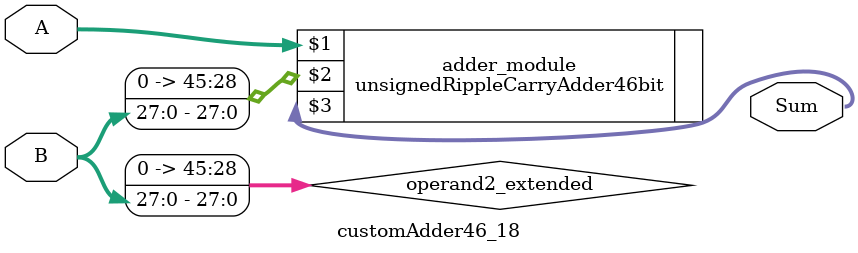
<source format=v>
module customAdder46_18(
                        input [45 : 0] A,
                        input [27 : 0] B,
                        
                        output [46 : 0] Sum
                );

        wire [45 : 0] operand2_extended;
        
        assign operand2_extended =  {18'b0, B};
        
        unsignedRippleCarryAdder46bit adder_module(
            A,
            operand2_extended,
            Sum
        );
        
        endmodule
        
</source>
